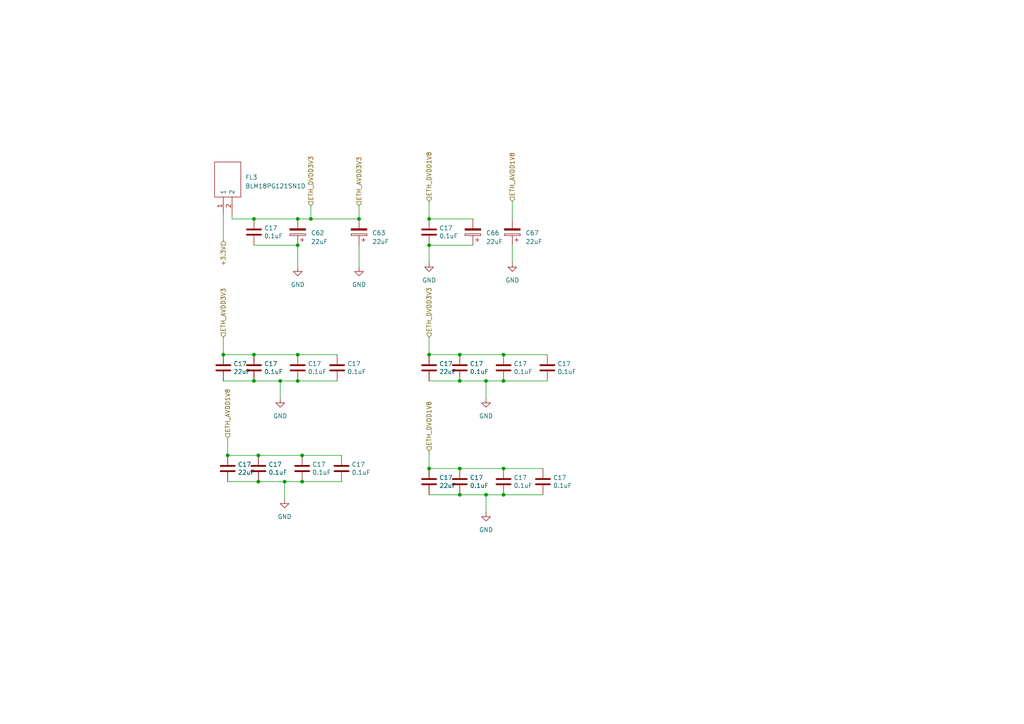
<source format=kicad_sch>
(kicad_sch (version 20230121) (generator eeschema)
  (paper "A4")
  (lib_symbols
    (symbol "BLM18PG121SN1D:BLM18PG121SN1D" (pin_names (offset 0.762))
      (property "Reference" "FL" (at 16.51 7.62 0))
      (property "Value" "BLM18PG121SN1D" (at 16.51 5.08 0))
      (symbol "BLM18PG121SN1D_0_0"
        (pin passive line (at 0 0 0) (length 5.08) (name "1") (number "1"))
        (pin passive line (at 0 -2.54 0) (length 5.08) (name "2") (number "2"))
      )
      (symbol "BLM18PG121SN1D_0_1"
        (polyline (pts (xy 5.08 2.54) (xy 15.24 2.54) (xy 15.24 -5.08) (xy 5.08 -5.08) (xy 5.08 2.54)) (stroke (width 0.1524)))
      )
    )
    (symbol "Device:C" (pin_numbers hide) (pin_names (offset 0.254))
      (property "Reference" "C" (at 0.635 2.54 0))
      (property "Value" "C" (at 0.635 -2.54 0))
      (symbol "C_0_1"
        (polyline (pts (xy -2.032 -0.762) (xy 2.032 -0.762)) (stroke (width 0.508)))
        (polyline (pts (xy -2.032 0.762) (xy 2.032 0.762)) (stroke (width 0.508)))
      )
      (symbol "C_1_1"
        (pin passive line (at 0 3.81 270) (length 2.794) (name "~") (number "1"))
        (pin passive line (at 0 -3.81 90) (length 2.794) (name "~") (number "2"))
      )
    )
    (symbol "Device:C_Polarized" (pin_numbers hide) (pin_names (offset 0.254))
      (property "Reference" "C" (at 0.635 2.54 0))
      (property "Value" "C_Polarized" (at 0.635 -2.54 0))
      (symbol "C_Polarized_0_1"
        (rectangle (start -2.286 0.508) (end 2.286 1.016))
        (polyline (pts (xy -1.778 2.286) (xy -0.762 2.286)))
        (polyline (pts (xy -1.27 2.794) (xy -1.27 1.778)))
        (rectangle (start 2.286 -0.508) (end -2.286 -1.016) (fill (type outline)))
      )
      (symbol "C_Polarized_1_1"
        (pin passive line (at 0 3.81 270) (length 2.794) (name "~") (number "1"))
        (pin passive line (at 0 -3.81 90) (length 2.794) (name "~") (number "2"))
      )
    )
    (symbol "power:GND" (power) (pin_names (offset 0))
      (property "Value" "GND" (at 0 -3.81 0))
      (symbol "GND_0_1"
        (polyline (pts (xy 0 0) (xy 0 -1.27) (xy 1.27 -1.27) (xy 0 -2.54) (xy -1.27 -1.27) (xy 0 -1.27)))
      )
      (symbol "GND_1_1"
        (pin power_in line (at 0 0 270) (length 0) hide (name "GND") (number "1"))
      )
    )
  )
  (junction (at 74.93 139.7))
  (junction (at 124.46 63.5))
  (junction (at 124.46 71.12))
  (junction (at 81.28 110.49))
  (junction (at 133.35 110.49))
  (junction (at 124.46 102.87))
  (junction (at 73.66 63.5))
  (junction (at 86.36 71.12))
  (junction (at 146.05 102.87))
  (junction (at 133.35 102.87))
  (junction (at 64.77 102.87))
  (junction (at 146.05 135.89))
  (junction (at 104.14 63.5))
  (junction (at 90.17 63.5))
  (junction (at 74.93 132.08))
  (junction (at 82.55 139.7))
  (junction (at 86.36 110.49))
  (junction (at 140.97 110.49))
  (junction (at 133.35 135.89))
  (junction (at 146.05 110.49))
  (junction (at 124.46 135.89))
  (junction (at 87.63 132.08))
  (junction (at 73.66 102.87))
  (junction (at 86.36 63.5))
  (junction (at 133.35 143.51))
  (junction (at 66.04 132.08))
  (junction (at 73.66 110.49))
  (junction (at 140.97 143.51))
  (junction (at 87.63 139.7))
  (junction (at 86.36 102.87))
  (junction (at 146.05 143.51))
  (wire (pts (xy 64.77 110.49) (xy 73.66 110.49)))
  (wire (pts (xy 64.77 62.23) (xy 64.77 69.85)))
  (wire (pts (xy 124.46 71.12) (xy 137.16 71.12)))
  (wire (pts (xy 82.55 144.78) (xy 82.55 139.7)))
  (wire (pts (xy 74.93 139.7) (xy 82.55 139.7)))
  (wire (pts (xy 104.14 63.5) (xy 90.17 63.5)))
  (wire (pts (xy 66.04 132.08) (xy 74.93 132.08)))
  (wire (pts (xy 104.14 59.69) (xy 104.14 63.5)))
  (wire (pts (xy 73.66 71.12) (xy 86.36 71.12)))
  (wire (pts (xy 87.63 139.7) (xy 99.06 139.7)))
  (wire (pts (xy 140.97 110.49) (xy 146.05 110.49)))
  (wire (pts (xy 148.59 76.2) (xy 148.59 71.12)))
  (wire (pts (xy 124.46 63.5) (xy 137.16 63.5)))
  (wire (pts (xy 133.35 135.89) (xy 146.05 135.89)))
  (wire (pts (xy 66.04 127) (xy 66.04 132.08)))
  (wire (pts (xy 73.66 102.87) (xy 86.36 102.87)))
  (wire (pts (xy 81.28 110.49) (xy 86.36 110.49)))
  (wire (pts (xy 146.05 102.87) (xy 158.75 102.87)))
  (wire (pts (xy 146.05 135.89) (xy 157.48 135.89)))
  (wire (pts (xy 82.55 139.7) (xy 87.63 139.7)))
  (wire (pts (xy 124.46 143.51) (xy 133.35 143.51)))
  (wire (pts (xy 148.59 58.42) (xy 148.59 63.5)))
  (wire (pts (xy 124.46 102.87) (xy 133.35 102.87)))
  (wire (pts (xy 81.28 115.57) (xy 81.28 110.49)))
  (wire (pts (xy 90.17 59.69) (xy 90.17 63.5)))
  (wire (pts (xy 66.04 139.7) (xy 74.93 139.7)))
  (wire (pts (xy 74.93 132.08) (xy 87.63 132.08)))
  (wire (pts (xy 124.46 76.2) (xy 124.46 71.12)))
  (wire (pts (xy 86.36 77.47) (xy 86.36 71.12)))
  (wire (pts (xy 133.35 102.87) (xy 146.05 102.87)))
  (wire (pts (xy 124.46 130.81) (xy 124.46 135.89)))
  (wire (pts (xy 86.36 63.5) (xy 73.66 63.5)))
  (wire (pts (xy 124.46 97.79) (xy 124.46 102.87)))
  (wire (pts (xy 104.14 77.47) (xy 104.14 71.12)))
  (wire (pts (xy 67.31 62.23) (xy 67.31 63.5)))
  (wire (pts (xy 67.31 63.5) (xy 73.66 63.5)))
  (wire (pts (xy 124.46 135.89) (xy 133.35 135.89)))
  (wire (pts (xy 140.97 143.51) (xy 146.05 143.51)))
  (wire (pts (xy 133.35 110.49) (xy 140.97 110.49)))
  (wire (pts (xy 90.17 63.5) (xy 86.36 63.5)))
  (wire (pts (xy 64.77 102.87) (xy 73.66 102.87)))
  (wire (pts (xy 133.35 143.51) (xy 140.97 143.51)))
  (wire (pts (xy 86.36 102.87) (xy 97.79 102.87)))
  (wire (pts (xy 73.66 110.49) (xy 81.28 110.49)))
  (wire (pts (xy 146.05 143.51) (xy 157.48 143.51)))
  (wire (pts (xy 124.46 58.42) (xy 124.46 63.5)))
  (wire (pts (xy 64.77 97.79) (xy 64.77 102.87)))
  (wire (pts (xy 140.97 148.59) (xy 140.97 143.51)))
  (wire (pts (xy 140.97 115.57) (xy 140.97 110.49)))
  (wire (pts (xy 86.36 110.49) (xy 97.79 110.49)))
  (wire (pts (xy 87.63 132.08) (xy 99.06 132.08)))
  (wire (pts (xy 146.05 110.49) (xy 158.75 110.49)))
  (wire (pts (xy 124.46 110.49) (xy 133.35 110.49)))
  (hierarchical_label "ETH_DVDD1V8" (shape input) (at 124.46 58.42 90))
  (hierarchical_label "ETH_AVDD3V3" (shape input) (at 104.14 59.69 90))
  (hierarchical_label "+3.3V" (shape input) (at 64.77 69.85 270))
  (hierarchical_label "ETH_AVDD1V8" (shape input) (at 148.59 58.42 90))
  (hierarchical_label "ETH_AVDD3V3" (shape input) (at 64.77 97.79 90))
  (hierarchical_label "ETH_DVDD3V3" (shape input) (at 90.17 59.69 90))
  (hierarchical_label "ETH_DVDD1V8" (shape input) (at 124.46 130.81 90))
  (hierarchical_label "ETH_AVDD1V8" (shape input) (at 66.04 127 90))
  (hierarchical_label "ETH_DVDD3V3" (shape input) (at 124.46 97.79 90))
  (symbol (lib_id "Device:C") (at 124.46 139.7 0) (unit 1)
    (property "Reference" "C17" (at 127.381 138.5316 0) (effects (justify left)))
    (property "Value" "22uF" (at 127.381 140.843 0) (effects (justify left)))
    (property "Footprint" "Capacitor_SMD:C_0402_1005Metric" (effects hide))
    (instances (project "RP2040_minimal" (path "" (reference "C17") (unit 1)) (path "" (reference "C39") (unit 1)) (path "" (reference "C81") (unit 1))))
  )
  (symbol (lib_id "Device:C") (at 124.46 67.31 0) (unit 1)
    (property "Reference" "C17" (at 127.381 66.1416 0) (effects (justify left)))
    (property "Value" "0.1uF" (at 127.381 68.453 0) (effects (justify left)))
    (property "Footprint" "Capacitor_SMD:C_0402_1005Metric" (effects hide))
    (instances (project "RP2040_minimal" (path "" (reference "C17") (unit 1)) (path "" (reference "C39") (unit 1)) (path "" (reference "C65") (unit 1))))
  )
  (symbol (lib_id "BLM18PG121SN1D:BLM18PG121SN1D") (at 64.77 62.23 90) (unit 1)
    (property "Reference" "FL3" (at 71.12 51.435 90) (effects (justify right)))
    (property "Value" "BLM18PG121SN1D" (at 71.12 53.975 90) (effects (justify right)))
    (property "Footprint" "BLM18PG121SN1D:BLM18AG102BH1D" (effects hide))
    (property "Datasheet" "https://www.murata.com/en-us/products/productdetail?partno=BLM18PG121SN1%23" (effects hide))
    (property "Description" "Ferrite bead SMD 0603 120R 2A Murata Ferrite Bead (Chip Ferrite Bead), 1.6 x 0.8 x 0.8mm (0603), 120 impedance at 100 MHz" (effects hide))
    (property "Height" "0.95" (effects hide))
    (property "Manufacturer_Name" "Murata Electronics" (effects hide))
    (property "Manufacturer_Part_Number" "BLM18PG121SN1D" (effects hide))
    (property "Mouser Part Number" "81-BLM18PG121SN1D" (effects hide))
    (property "Mouser Price/Stock" "https://www.mouser.co.uk/ProductDetail/Murata-Electronics/BLM18PG121SN1D?qs=tY8e8KZalarVxhnmnUYZ1A%3D%3D" (effects hide))
    (property "Arrow Part Number" "BLM18PG121SN1D" (effects hide))
    (property "Arrow Price/Stock" "https://www.arrow.com/en/products/blm18pg121sn1d/murata-manufacturing?region=nac" (effects hide))
  )
  (symbol (lib_id "Device:C_Polarized") (at 148.59 67.31 180) (unit 1)
    (property "Reference" "C67" (at 152.4 67.564 0) (effects (justify right)))
    (property "Value" "22uF" (at 152.4 70.104 0) (effects (justify right)))
    (property "Footprint" "EEE-FK1A220R:EEE1AA220WR" (effects hide))
  )
  (symbol (lib_id "Device:C_Polarized") (at 137.16 67.31 180) (unit 1)
    (property "Reference" "C66" (at 140.97 67.564 0) (effects (justify right)))
    (property "Value" "22uF" (at 140.97 70.104 0) (effects (justify right)))
    (property "Footprint" "EEE-FK1A220R:EEE1AA220WR" (effects hide))
  )
  (symbol (lib_id "Device:C") (at 86.36 106.68 0) (unit 1)
    (property "Reference" "C17" (at 89.281 105.5116 0) (effects (justify left)))
    (property "Value" "0.1uF" (at 89.281 107.823 0) (effects (justify left)))
    (property "Footprint" "Capacitor_SMD:C_0402_1005Metric" (effects hide))
    (instances (project "RP2040_minimal" (path "" (reference "C17") (unit 1)) (path "" (reference "C39") (unit 1)) (path "" (reference "C71") (unit 1))))
  )
  (symbol (lib_id "Device:C") (at 73.66 106.68 0) (unit 1)
    (property "Reference" "C17" (at 76.581 105.5116 0) (effects (justify left)))
    (property "Value" "0.1uF" (at 76.581 107.823 0) (effects (justify left)))
    (property "Footprint" "Capacitor_SMD:C_0402_1005Metric" (effects hide))
    (instances (project "RP2040_minimal" (path "" (reference "C17") (unit 1)) (path "" (reference "C39") (unit 1)) (path "" (reference "C69") (unit 1))))
  )
  (symbol (lib_id "Device:C") (at 146.05 139.7 0) (unit 1)
    (property "Reference" "C17" (at 148.971 138.5316 0) (effects (justify left)))
    (property "Value" "0.1uF" (at 148.971 140.843 0) (effects (justify left)))
    (property "Footprint" "Capacitor_SMD:C_0402_1005Metric" (effects hide))
    (instances (project "RP2040_minimal" (path "" (reference "C17") (unit 1)) (path "" (reference "C39") (unit 1)) (path "" (reference "C83") (unit 1))))
  )
  (symbol (lib_id "Device:C") (at 157.48 139.7 0) (unit 1)
    (property "Reference" "C17" (at 160.401 138.5316 0) (effects (justify left)))
    (property "Value" "0.1uF" (at 160.401 140.843 0) (effects (justify left)))
    (property "Footprint" "Capacitor_SMD:C_0402_1005Metric" (effects hide))
    (instances (project "RP2040_minimal" (path "" (reference "C17") (unit 1)) (path "" (reference "C39") (unit 1)) (path "" (reference "C84") (unit 1))))
  )
  (symbol (lib_id "power:GND") (at 104.14 77.47 0) (unit 1)
    (property "Reference" "#PWR012" (effects hide))
    (property "Value" "GND" (at 104.14 82.55 0))
    (instances (project "RP2040_minimal" (path "" (reference "#PWR012") (unit 1)) (path "" (reference "#PWR015") (unit 1))))
  )
  (symbol (lib_id "Device:C") (at 133.35 139.7 0) (unit 1)
    (property "Reference" "C17" (at 136.271 138.5316 0) (effects (justify left)))
    (property "Value" "0.1uF" (at 136.271 140.843 0) (effects (justify left)))
    (property "Footprint" "Capacitor_SMD:C_0402_1005Metric" (effects hide))
    (instances (project "RP2040_minimal" (path "" (reference "C17") (unit 1)) (path "" (reference "C39") (unit 1)) (path "" (reference "C82") (unit 1))))
  )
  (symbol (lib_id "Device:C") (at 66.04 135.89 0) (unit 1)
    (property "Reference" "C17" (at 68.961 134.7216 0) (effects (justify left)))
    (property "Value" "22uF" (at 68.961 137.033 0) (effects (justify left)))
    (property "Footprint" "Capacitor_SMD:C_0402_1005Metric" (effects hide))
    (instances (project "RP2040_minimal" (path "" (reference "C17") (unit 1)) (path "" (reference "C39") (unit 1)) (path "" (reference "C77") (unit 1))))
  )
  (symbol (lib_id "Device:C") (at 124.46 106.68 0) (unit 1)
    (property "Reference" "C17" (at 127.381 105.5116 0) (effects (justify left)))
    (property "Value" "22uF" (at 127.381 107.823 0) (effects (justify left)))
    (property "Footprint" "Capacitor_SMD:C_0402_1005Metric" (effects hide))
    (instances (project "RP2040_minimal" (path "" (reference "C17") (unit 1)) (path "" (reference "C39") (unit 1)) (path "" (reference "C72") (unit 1))))
  )
  (symbol (lib_id "power:GND") (at 140.97 148.59 0) (unit 1)
    (property "Reference" "#PWR012" (effects hide))
    (property "Value" "GND" (at 140.97 153.67 0))
    (instances (project "RP2040_minimal" (path "" (reference "#PWR012") (unit 1)) (path "" (reference "#PWR021") (unit 1))))
  )
  (symbol (lib_id "Device:C") (at 146.05 106.68 0) (unit 1)
    (property "Reference" "C17" (at 148.971 105.5116 0) (effects (justify left)))
    (property "Value" "0.1uF" (at 148.971 107.823 0) (effects (justify left)))
    (property "Footprint" "Capacitor_SMD:C_0402_1005Metric" (effects hide))
    (instances (project "RP2040_minimal" (path "" (reference "C17") (unit 1)) (path "" (reference "C39") (unit 1)) (path "" (reference "C74") (unit 1))))
  )
  (symbol (lib_id "Device:C") (at 133.35 106.68 0) (unit 1)
    (property "Reference" "C17" (at 136.271 105.5116 0) (effects (justify left)))
    (property "Value" "0.1uF" (at 136.271 107.823 0) (effects (justify left)))
    (property "Footprint" "Capacitor_SMD:C_0402_1005Metric" (effects hide))
    (instances (project "RP2040_minimal" (path "" (reference "C17") (unit 1)) (path "" (reference "C39") (unit 1)) (path "" (reference "C73") (unit 1))))
  )
  (symbol (lib_id "Device:C") (at 73.66 67.31 0) (unit 1)
    (property "Reference" "C17" (at 76.581 66.1416 0) (effects (justify left)))
    (property "Value" "0.1uF" (at 76.581 68.453 0) (effects (justify left)))
    (property "Footprint" "Capacitor_SMD:C_0402_1005Metric" (effects hide))
    (instances (project "RP2040_minimal" (path "" (reference "C17") (unit 1)) (path "" (reference "C39") (unit 1)) (path "" (reference "C64") (unit 1))))
  )
  (symbol (lib_id "Device:C_Polarized") (at 104.14 67.31 180) (unit 1)
    (property "Reference" "C63" (at 107.95 67.564 0) (effects (justify right)))
    (property "Value" "22uF" (at 107.95 70.104 0) (effects (justify right)))
    (property "Footprint" "EEE-FK1A220R:EEE1AA220WR" (effects hide))
  )
  (symbol (lib_id "Device:C") (at 64.77 106.68 0) (unit 1)
    (property "Reference" "C17" (at 67.691 105.5116 0) (effects (justify left)))
    (property "Value" "22uF" (at 67.691 107.823 0) (effects (justify left)))
    (property "Footprint" "Capacitor_SMD:C_0402_1005Metric" (effects hide))
    (instances (project "RP2040_minimal" (path "" (reference "C17") (unit 1)) (path "" (reference "C39") (unit 1)) (path "" (reference "C68") (unit 1))))
  )
  (symbol (lib_id "Device:C") (at 99.06 135.89 0) (unit 1)
    (property "Reference" "C17" (at 101.981 134.7216 0) (effects (justify left)))
    (property "Value" "0.1uF" (at 101.981 137.033 0) (effects (justify left)))
    (property "Footprint" "Capacitor_SMD:C_0402_1005Metric" (effects hide))
    (instances (project "RP2040_minimal" (path "" (reference "C17") (unit 1)) (path "" (reference "C39") (unit 1)) (path "" (reference "C80") (unit 1))))
  )
  (symbol (lib_id "Device:C") (at 74.93 135.89 0) (unit 1)
    (property "Reference" "C17" (at 77.851 134.7216 0) (effects (justify left)))
    (property "Value" "0.1uF" (at 77.851 137.033 0) (effects (justify left)))
    (property "Footprint" "Capacitor_SMD:C_0402_1005Metric" (effects hide))
    (instances (project "RP2040_minimal" (path "" (reference "C17") (unit 1)) (path "" (reference "C39") (unit 1)) (path "" (reference "C78") (unit 1))))
  )
  (symbol (lib_id "power:GND") (at 124.46 76.2 0) (unit 1)
    (property "Reference" "#PWR012" (effects hide))
    (property "Value" "GND" (at 124.46 81.28 0))
    (instances (project "RP2040_minimal" (path "" (reference "#PWR012") (unit 1)) (path "" (reference "#PWR016") (unit 1))))
  )
  (symbol (lib_id "power:GND") (at 86.36 77.47 0) (unit 1)
    (property "Reference" "#PWR012" (effects hide))
    (property "Value" "GND" (at 86.36 82.55 0))
    (instances (project "RP2040_minimal" (path "" (reference "#PWR012") (unit 1)) (path "" (reference "#PWR03") (unit 1))))
  )
  (symbol (lib_id "power:GND") (at 82.55 144.78 0) (unit 1)
    (property "Reference" "#PWR012" (effects hide))
    (property "Value" "GND" (at 82.55 149.86 0))
    (instances (project "RP2040_minimal" (path "" (reference "#PWR012") (unit 1)) (path "" (reference "#PWR020") (unit 1))))
  )
  (symbol (lib_id "power:GND") (at 148.59 76.2 0) (unit 1)
    (property "Reference" "#PWR012" (effects hide))
    (property "Value" "GND" (at 148.59 81.28 0))
    (instances (project "RP2040_minimal" (path "" (reference "#PWR012") (unit 1)) (path "" (reference "#PWR017") (unit 1))))
  )
  (symbol (lib_id "Device:C_Polarized") (at 86.36 67.31 180) (unit 1)
    (property "Reference" "C62" (at 90.17 67.564 0) (effects (justify right)))
    (property "Value" "22uF" (at 90.17 70.104 0) (effects (justify right)))
    (property "Footprint" "EEE-FK1A220R:EEE1AA220WR" (effects hide))
  )
  (symbol (lib_id "power:GND") (at 140.97 115.57 0) (unit 1)
    (property "Reference" "#PWR012" (effects hide))
    (property "Value" "GND" (at 140.97 120.65 0))
    (instances (project "RP2040_minimal" (path "" (reference "#PWR012") (unit 1)) (path "" (reference "#PWR019") (unit 1))))
  )
  (symbol (lib_id "Device:C") (at 87.63 135.89 0) (unit 1)
    (property "Reference" "C17" (at 90.551 134.7216 0) (effects (justify left)))
    (property "Value" "0.1uF" (at 90.551 137.033 0) (effects (justify left)))
    (property "Footprint" "Capacitor_SMD:C_0402_1005Metric" (effects hide))
    (instances (project "RP2040_minimal" (path "" (reference "C17") (unit 1)) (path "" (reference "C39") (unit 1)) (path "" (reference "C79") (unit 1))))
  )
  (symbol (lib_id "power:GND") (at 81.28 115.57 0) (unit 1)
    (property "Reference" "#PWR012" (effects hide))
    (property "Value" "GND" (at 81.28 120.65 0))
    (instances (project "RP2040_minimal" (path "" (reference "#PWR012") (unit 1)) (path "" (reference "#PWR018") (unit 1))))
  )
  (symbol (lib_id "Device:C") (at 97.79 106.68 0) (unit 1)
    (property "Reference" "C17" (at 100.711 105.5116 0) (effects (justify left)))
    (property "Value" "0.1uF" (at 100.711 107.823 0) (effects (justify left)))
    (property "Footprint" "Capacitor_SMD:C_0402_1005Metric" (effects hide))
    (instances (project "RP2040_minimal" (path "" (reference "C17") (unit 1)) (path "" (reference "C39") (unit 1)) (path "" (reference "C75") (unit 1))))
  )
  (symbol (lib_id "Device:C") (at 158.75 106.68 0) (unit 1)
    (property "Reference" "C17" (at 161.671 105.5116 0) (effects (justify left)))
    (property "Value" "0.1uF" (at 161.671 107.823 0) (effects (justify left)))
    (property "Footprint" "Capacitor_SMD:C_0402_1005Metric" (effects hide))
    (instances (project "RP2040_minimal" (path "" (reference "C17") (unit 1)) (path "" (reference "C39") (unit 1)) (path "" (reference "C76") (unit 1))))
  )
)
</source>
